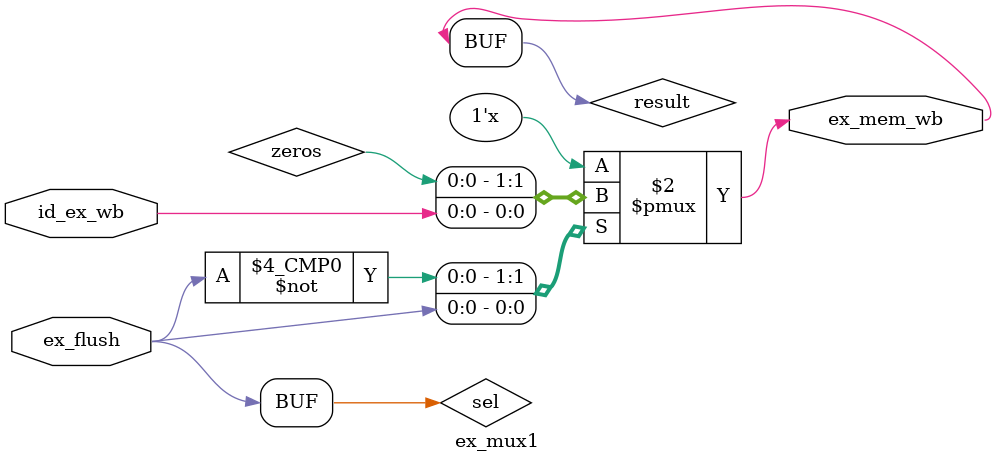
<source format=v>
`timescale 1ns / 1ps

module ex_mux1(
    input ex_flush,
    input id_ex_wb,
    output ex_mem_wb
    );
    reg[1:0] zeros;
    reg result;
    wire sel;
    assign sel = ex_flush;
    assign ex_mem_wb  = result;
    always @(*)
    begin
        case(sel)
            1'b0:
                result = zeros[0];
            1'b1:
                result = id_ex_wb;
        endcase
    end
endmodule
</source>
